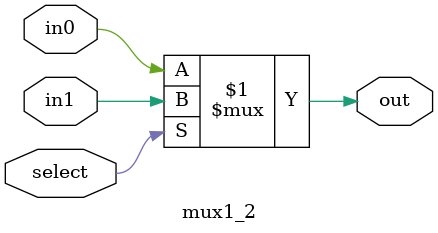
<source format=v>
module mux1_2(select, in0, in1, out);
	input select;
	input in0, in1;
	output out;
	assign out = select ? in1: in0;
endmodule

</source>
